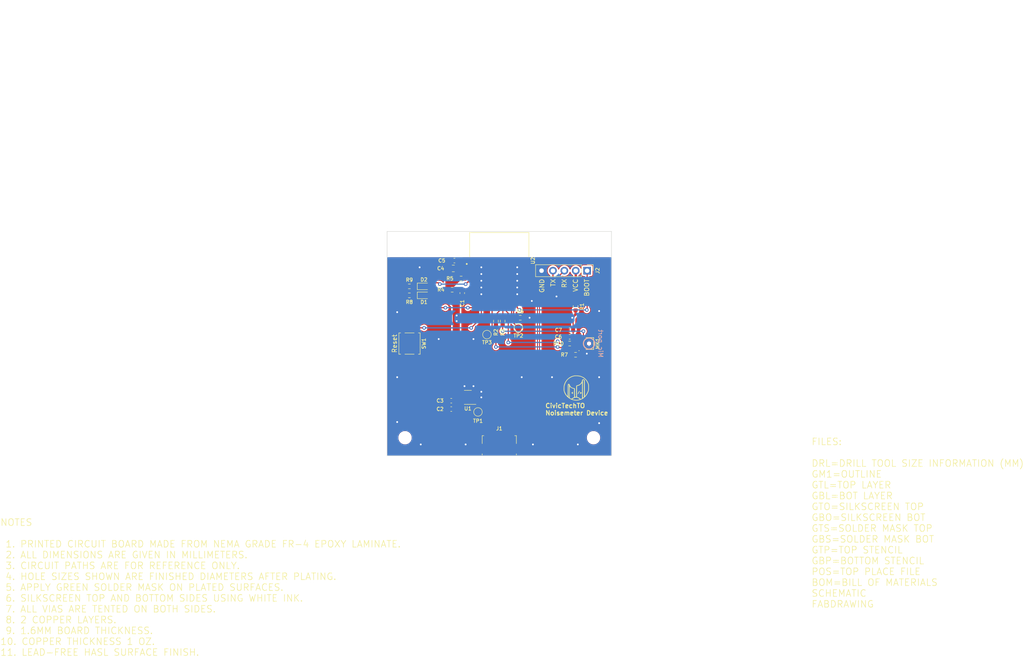
<source format=kicad_pcb>
(kicad_pcb (version 20221018) (generator pcbnew)
  (title_block (title "Noisemeter Device") (date "2024-01-22") (company "Civic Tech Toronto") (comment 1 "Drawn by Clyne Sullivan") (comment 2 "Released under the CERN Open Hardware License Version 2 - Strongly Reciprocal"))
  (layers (0 "F.Cu" signal) (31 "B.Cu" signal) (34 "B.Paste" user) (35 "F.Paste" user) (36 "B.SilkS" user "B.Silkscreen") (37 "F.SilkS" user "F.Silkscreen") (38 "B.Mask" user) (39 "F.Mask" user) (44 "Edge.Cuts" user))
  (net 0 "")
  (net 1 "VBUS")
  (net 2 "GND")
  (net 3 "+3V3")
  (net 4 "USB_D_N")
  (net 5 "USB_D_P")
  (net 6 "MIC_WS")
  (net 7 "Net-(MK1-SELECT)")
  (net 8 "MIC_BCLK")
  (net 9 "Net-(MK1-DATA_OUT)")
  (net 10 "MIC_DATA_OUT")
  (net 13 "Net-(U2-EN)")
  (net 14 "LED1")
  (net 15 "Net-(D1-K)")
  (net 16 "LED2")
  (net 17 "Net-(D2-K)")
  (net 18 "BUTTON")
  (net 19 "/TX")
  (net 20 "/RX")
  (net 22 "BOOT")
  (net 23 "Net-(J2-Pin_2)")
  (net 24 "Net-(U2-IO4)")
  (net 25 "Net-(U2-IO5)")
  (net 26 "IO2")
  (net 27 "IO8")
  (net 28 "Net-(U2-IO7)")
  (net 29 "Net-(U2-IO10)")
  (footprint "MountingHole:MountingHole_2.5mm" (layer "F.Cu") (at 129 121)
    (fp_text reference "H1" hide)
    (fp_text value "MountingHole_Pad")
  )
  (footprint "Button_Switch_SMD:SW_SPST_TL3305A" (layer "F.Cu") (at 130 100 -90)
    (fp_text reference "SW1")
    (fp_text value "SW_Push")
  )
  (footprint "Capacitor_SMD:C_0603_1608Metric" (layer "F.Cu") (at 139.3 114.6125 180)
    (fp_text reference "C2")
    (fp_text value "1U")
  )
  (footprint "TestPoint:TestPoint_Pad_D1.5mm" (layer "F.Cu") (at 147.25 98 180)
    (fp_text reference "TP3")
    (fp_text value "TestPoint")
  )
  (footprint "Capacitor_SMD:C_0603_1608Metric" (layer "F.Cu") (at 165.686 98.503 180)
    (fp_text reference "C6")
    (fp_text value "0.1U")
  )
  (footprint "Resistor_SMD:R_0603_1608Metric" (layer "F.Cu") (at 154.675 94.25)
    (fp_text reference "R6")
    (fp_text value "10K")
  )
  (footprint "MountingHole:MountingHole_2.5mm" (layer "F.Cu") (at 171 79)
    (fp_text reference "H3" hide)
    (fp_text value "MountingHole_Pad")
  )
  (footprint "MountingHole:MountingHole_2.5mm" (layer "F.Cu") (at 129 79)
    (fp_text reference "H4" hide)
    (fp_text value "MountingHole_Pad")
  )
  (footprint "Capacitor_SMD:C_0603_1608Metric" (layer "F.Cu") (at 141.75 88.75 -90)
    (fp_text reference "C1")
    (fp_text value "1U")
  )
  (footprint "Connector_USB:USB_Micro-B_Molex_47346-0001" (layer "F.Cu") (at 150 122.25)
    (fp_text reference "J1")
    (fp_text value "USB_B_Micro")
  )
  (footprint "Resistor_SMD:R_0603_1608Metric" (layer "F.Cu") (at 150.75 95 90)
    (fp_text reference "R3")
    (fp_text value "51")
  )
  (footprint "Resistor_SMD:R_0603_1608Metric" (layer "F.Cu") (at 167 102.503)
    (fp_text reference "R7")
    (fp_text value "0")
  )
  (footprint "Capacitor_SMD:C_0603_1608Metric" (layer "F.Cu") (at 165.686 97.003 180)
    (fp_text reference "C7")
    (fp_text value "200P")
  )
  (footprint "Connector_PinHeader_2.54mm:PinHeader_1x05_P2.54mm_Vertical" (layer "F.Cu") (at 169.58 83.75 -90)
    (fp_text reference "J2")
    (fp_text value "Conn_01x04_Pin")
  )
  (footprint "MountingHole:MountingHole_2.5mm" (layer "F.Cu") (at 171 121)
    (fp_text reference "H2" hide)
    (fp_text value "MountingHole_Pad")
  )
  (footprint "Resistor_SMD:R_0603_1608Metric" (layer "F.Cu") (at 165.686 100.003 180)
    (fp_text reference "R10")
    (fp_text value "51")
  )
  (footprint "TestPoint:TestPoint_Pad_D1.5mm" (layer "F.Cu") (at 145.25 115.25 180)
    (fp_text reference "TP1")
    (fp_text value "TestPoint")
  )
  (footprint "Resistor_SMD:R_0603_1608Metric" (layer "F.Cu") (at 129.9625 87.25)
    (fp_text reference "R9")
    (fp_text value "150")
  )
  (footprint "Capacitor_SMD:C_0603_1608Metric" (layer "F.Cu") (at 139.3 112.75 180)
    (fp_text reference "C3")
    (fp_text value "1U")
  )
  (footprint "Resistor_SMD:R_0603_1608Metric" (layer "F.Cu") (at 167 91.75 -90)
    (fp_text reference "R1")
    (fp_text value "0")
  )
  (footprint "Resistor_SMD:R_0603_1608Metric" (layer "F.Cu") (at 139.5 88 180)
    (fp_text reference "R4")
    (fp_text value "10K")
  )
  (footprint "Capacitor_SMD:C_0603_1608Metric" (layer "F.Cu") (at 140 81.5 180)
    (fp_text reference "C5")
    (fp_text value "0.1U")
  )
  (footprint "LED_SMD:LED_0603_1608Metric" (layer "F.Cu") (at 133.2125 89.25)
    (fp_text reference "D1")
    (fp_text value "LED")
  )
  (footprint "noisemeter:MIC_SPH0645LM4H-B" (layer "F.Cu") (at 170 100 90)
    (fp_text reference "MK1")
    (fp_text value "SPH0645LM4H-B")
  )
  (footprint "Capacitor_SMD:C_0805_2012Metric" (layer "F.Cu") (at 139.75 83.25 180)
    (fp_text reference "C4")
    (fp_text value "10U")
  )
  (footprint "Resistor_SMD:R_0603_1608Metric" (layer "F.Cu") (at 149.25 95 90)
    (fp_text reference "R2")
    (fp_text value "51")
  )
  (footprint "TestPoint:TestPoint_Pad_D1.5mm" (layer "F.Cu") (at 154.25 96.5 180)
    (fp_text reference "TP2")
    (fp_text value "TestPoint")
  )
  (footprint "LED_SMD:LED_0603_1608Metric" (layer "F.Cu") (at 133.2125 87.25)
    (fp_text reference "D2")
    (fp_text value "LED")
  )
  (footprint "Resistor_SMD:R_0603_1608Metric" (layer "F.Cu") (at 141.5 85.5 180)
    (fp_text reference "R5")
    (fp_text value "10K")
  )
  (footprint "Package_TO_SOT_SMD:SOT-23-5" (layer "F.Cu") (at 143 112 180)
    (fp_text reference "U1")
    (fp_text value "AP2112K-3.3")
  )
  (footprint "Resistor_SMD:R_0603_1608Metric" (layer "F.Cu") (at 129.9625 89.25)
    (fp_text reference "R8")
    (fp_text value "150")
  )
  (footprint "noisemeter:XCVR_ESP32-C3-MINI-1-N4" (layer "F.Cu") (at 150 83.55)
    (fp_text reference "U2")
    (fp_text value "ESP32-C3-MINI-1-N4")
  )
  (gr_circle (center 170 100) (end 171.25 100) (stroke (width 0.25)) (fill none) (layer "B.SilkS"))
  (gr_poly (pts (xy 168.047826 110.811825) (xy 168.07588 110.816241) (xy 168.105835 110.823307) (xy 168.137048 110.832854) (xy 168.168872 110.844711) (xy 168.200664 110.85871) (xy 168.231777 110.874681) (xy 168.261568 110.892454) (xy 168.28939 110.91186) (xy 168.3146 110.93273) (xy 168.326024 110.943661) (xy 168.336552 110.954894) (xy 168.344028 110.96301) (xy 168.350586 110.970482) (xy 168.356235 110.977391) (xy 168.358721 110.980661) (xy 168.360982 110.983821) (xy 168.36302 110.986882) (xy 168.364836 110.989854) (xy 168.366431 110.992748) (xy 168.367806 110.995573) (xy 168.368962 110.99834) (xy 168.369899 111.00106) (xy 168.37062 111.003743) (xy 168.371124 111.006399) (xy 168.371414 111.009038) (xy 168.37149 111.011671) (xy 168.371352 111.014309) (xy 168.371003 111.01696) (xy 168.370443 111.019637) (xy 168.369673 111.022348) (xy 168.368695 111.025106) (xy 168.367508 111.027918) (xy 168.366115 111.030798) (xy 168.364517 111.033753) (xy 168.362713 111.036796) (xy 168.360706 111.039935) (xy 168.356086 111.046547) (xy 168.350663 111.053671) (xy 168.339477 111.064537) (xy 168.324277 111.076828) (xy 168.305612 111.090252) (xy 168.284032 111.104515) (xy 168.260088 111.119324) (xy 168.234329 111.134386) (xy 168.207305 111.149406) (xy 168.179566 111.164091) (xy 168.151661 111.178147) (xy 168.124141 111.191282) (xy 168.097555 111.203201) (xy 168.072454 111.213612) (xy 168.049386 111.22222) (xy 168.028902 111.228732) (xy 168.011552 111.232854) (xy 167.997886 111.234293) (xy 167.991046 111.233976) (xy 167.984811 111.233046) (xy 167.979173 111.231535) (xy 167.974123 111.229476) (xy 167.969653 111.226899) (xy 167.965757 111.223838) (xy 167.962426 111.220324) (xy 167.959653 111.21639) (xy 167.95743 111.212067) (xy 167.955749 111.207387) (xy 167.954602 111.202383) (xy 167.953981 111.197086) (xy 167.95388 111.191529) (xy 167.954289 111.185744) (xy 167.955202 111.179762) (xy 167.956611 111.173616) (xy 167.958507 111.167337) (xy 167.960883 111.160958) (xy 167.963732 111.154511) (xy 167.967045 111.148028) (xy 167.970815 111.141541) (xy 167.975034 111.135082) (xy 167.979695 111.128682) (xy 167.984789 111.122375) (xy 167.990309 111.116191) (xy 167.996246 111.110164) (xy 168.002595 111.104325) (xy 168.009345 111.098706) (xy 168.016491 111.093339) (xy 168.024024 111.088256) (xy 168.031935 111.083489) (xy 168.040219 111.079071) (xy 168.049076 111.074281) (xy 168.057632 111.069453) (xy 168.065848 111.064616) (xy 168.073689 111.059801) (xy 168.081115 111.055035) (xy 168.088092 111.050348) (xy 168.09458 111.045768) (xy 168.100544 111.041324) (xy 168.105945 111.037046) (xy 168.110747 111.032962) (xy 168.114912 111.029102) (xy 168.118403 111.025493) (xy 168.119884 111.023793) (xy 168.121183 111.022166) (xy 168.122295 111.020617) (xy 168.123215 111.019149) (xy 168.123939 111.017765) (xy 168.124462 111.01647) (xy 168.124779 111.015267) (xy 168.124885 111.01416) (xy 168.124779 111.013037) (xy 168.124462 111.011786) (xy 168.123215 111.008929) (xy 168.121183 111.005633) (xy 168.118403 111.001945) (xy 168.114912 110.99791) (xy 168.110747 110.993572) (xy 168.105945 110.988979) (xy 168.100544 110.984174) (xy 168.09458 110.979204) (xy 168.088092 110.974114) (xy 168.081115 110.96895) (xy 168.073689 110.963757) (xy 168.065848 110.95858) (xy 168.057632 110.953466) (xy 168.049076 110.948459) (xy 168.040219 110.943604) (xy 168.031827 110.938156) (xy 168.023616 110.932426) (xy 168.015638 110.926464) (xy 168.00794 110.920321) (xy 168.000573 110.914045) (xy 167.993586 110.907687) (xy 167.987029 110.901296) (xy 167.980952 110.894921) (xy 167.975404 110.888612) (xy 167.970435 110.88242) (xy 167.966094 110.876392) (xy 167.962431 110.870579) (xy 167.96087 110.867769) (xy 167.959496 110.865031) (xy 167.958317 110.862372) (xy 167.957338 110.859798) (xy 167.956566 110.857314) (xy 167.956007 110.854928) (xy 167.955667 110.852645) (xy 167.955552 110.850471) (xy 167.956341 110.84248) (xy 167.958653 110.835428) (xy 167.962408 110.829292) (xy 167.967525 110.824051) (xy 167.973923 110.819685) (xy 167.981523 110.816172) (xy 167.990243 110.813492) (xy 168.000002 110.811621) (xy 168.010721 110.810541) (xy 168.022318 110.810229)) (fill solid) (layer "F.SilkS"))
  (gr_poly (pts (xy 167.861603 110.543812) (xy 167.865256 110.544214) (xy 167.868769 110.544965) (xy 167.872133 110.546065) (xy 167.875339 110.547508) (xy 167.878381 110.549292) (xy 167.881248 110.551415) (xy 167.883934 110.553872) (xy 167.88643 110.556661) (xy 167.888727 110.559779) (xy 167.890818 110.563222) (xy 167.892693 110.566987) (xy 167.894345 110.571073) (xy 167.895766 110.575474) (xy 167.896947 110.580188) (xy 167.89788 110.585213) (xy 167.898557 110.590544) (xy 167.898969 110.59618) (xy 167.899108 110.602116) (xy 167.896461 110.618051) (xy 167.88891 110.642817) (xy 167.877044 110.67519) (xy 167.861449 110.713946) (xy 167.821419 110.805712) (xy 167.773519 110.908327) (xy 167.722443 111.011999) (xy 167.672889 111.10694) (xy 167.629552 111.183361) (xy 167.611683 111.211566) (xy 167.59713 111.231471) (xy 167.591816 111.237606) (xy 167.586465 111.243313) (xy 167.581092 111.248593) (xy 167.57571 111.253448) (xy 167.570331 111.257879) (xy 167.564971 111.261888) (xy 167.559641 111.265476) (xy 167.554356 111.268645) (xy 167.549128 111.271397) (xy 167.543972 111.273732) (xy 167.538901 111.275653) (xy 167.533928 111.277161) (xy 167.529066 111.278258) (xy 167.52433 111.278945) (xy 167.519732 111.279224) (xy 167.515285 111.279096) (xy 167.511005 111.278563) (xy 167.506903 111.277627) (xy 167.502993 111.276288) (xy 167.499289 111.274549) (xy 167.495804 111.272411) (xy 167.492552 111.269875) (xy 167.489546 111.266944) (xy 167.486799 111.263618) (xy 167.484325 111.2599) (xy 167.482137 111.25579) (xy 167.480249 111.251291) (xy 167.478674 111.246404) (xy 167.477425 111.24113) (xy 167.476517 111.235471) (xy 167.475962 111.229429) (xy 167.475774 111.223005) (xy 167.478799 111.207499) (xy 167.487405 111.182038) (xy 167.518549 111.106941) (xy 167.563583 111.009089) (xy 167.616886 110.89986) (xy 167.672834 110.790631) (xy 167.725806 110.692779) (xy 167.770179 110.617682) (xy 167.787383 110.592221) (xy 167.80033 110.576716) (xy 167.805083 110.571886) (xy 167.809811 110.567451) (xy 167.814506 110.563406) (xy 167.81916 110.559749) (xy 167.823764 110.556476) (xy 167.82831 110.553585) (xy 167.83279 110.551072) (xy 167.837195 110.548934) (xy 167.841518 110.547168) (xy 167.84575 110.545772) (xy 167.849883 110.544741) (xy 167.853908 110.544073) (xy 167.857818 110.543764)) (fill solid) (layer "F.SilkS"))
  (gr_poly (pts (xy 167.153986 107.123374) (xy 167.347363 107.129371) (xy 167.540211 107.140131) (xy 167.719632 107.155124) (xy 167.872727 107.173821) (xy 167.935371 107.184394) (xy 167.986597 107.195693) (xy 168.039288 107.210435) (xy 168.09539 107.228033) (xy 168.154345 107.248236) (xy 168.215593 107.270791) (xy 168.342742 107.321949) (xy 168.472372 107.379491) (xy 168.600017 107.441398) (xy 168.721212 107.505653) (xy 168.777997 107.538031) (xy 168.831494 107.570239) (xy 168.881147 107.602025) (xy 168.926397 107.633138) (xy 169.007533 107.693658) (xy 169.086801 107.758655) (xy 169.164051 107.827911) (xy 169.239134 107.901205) (xy 169.311903 107.978319) (xy 169.382208 108.059034) (xy 169.4499 108.143131) (xy 169.51483 108.230391) (xy 169.57685 108.320594) (xy 169.635811 108.413521) (xy 169.691563 108.508953) (xy 169.743959 108.606672) (xy 169.792849 108.706458) (xy 169.838085 108.808092) (xy 169.879517 108.911354) (xy 169.916997 109.016027) (xy 169.938665 109.083573) (xy 169.955405 109.144702) (xy 169.962124 109.17499) (xy 169.967846 109.206229) (xy 169.972651 109.23927) (xy 169.976616 109.274966) (xy 169.982343 109.357725) (xy 169.985656 109.46132) (xy 169.987183 109.592565) (xy 169.987552 109.758271) (xy 169.985783 109.971602) (xy 169.983217 110.064572) (xy 169.979218 110.149943) (xy 169.973548 110.228864) (xy 169.965972 110.302486) (xy 169.956255 110.371957) (xy 169.94416 110.438427) (xy 169.929453 110.503044) (xy 169.911898 110.566959) (xy 169.891258 110.63132) (xy 169.867299 110.697277) (xy 169.839784 110.765979) (xy 169.808479 110.838576) (xy 169.773146 110.916216) (xy 169.733552 111.000049) (xy 169.699443 111.070842) (xy 169.66481 111.139357) (xy 169.629589 111.205698) (xy 169.59372 111.269968) (xy 169.557139 111.33227) (xy 169.519785 111.392707) (xy 169.481596 111.451383) (xy 169.44251 111.508402) (xy 169.402465 111.563866) (xy 169.361399 111.617879) (xy 169.31925 111.670544) (xy 169.275955 111.721964) (xy 169.231453 111.772244) (xy 169.185683 111.821486) (xy 169.13858 111.869794) (xy 169.090085 111.917271) (xy 169 112) (xy 168.908493 112.077851) (xy 168.815398 112.150906) (xy 168.720551 112.219249) (xy 168.623785 112.282961) (xy 168.524935 112.342126) (xy 168.423837 112.396826) (xy 168.320324 112.447143) (xy 168.214232 112.493161) (xy 168.105395 112.534963) (xy 167.993647 112.57263) (xy 167.878823 112.606246) (xy 167.760758 112.635893) (xy 167.639287 112.661654) (xy 167.514244 112.683612) (xy 167.385463 112.701849) (xy 167.301343 112.709771) (xy 167.213357 112.713496) (xy 167.122007 112.713129) (xy 167.027791 112.708772) (xy 166.93121 112.700529) (xy 166.832765 112.688504) (xy 166.732956 112.672799) (xy 166.632283 112.653518) (xy 166.531246 112.630765) (xy 166.430345 112.604642) (xy 166.330081 112.575253) (xy 166.230954 112.542702) (xy 166.133464 112.507091) (xy 166.038112 112.468525) (xy 165.945396 112.427106) (xy 165.855819 112.382938) (xy 166.290441 112.382938) (xy 166.292656 112.392458) (xy 166.299161 112.401951) (xy 166.309752 112.411387) (xy 166.32422 112.42074) (xy 166.363962 112.439083) (xy 166.416736 112.456756) (xy 166.480886 112.473537) (xy 166.55476 112.489201) (xy 166.636704 112.503525) (xy 166.725063 112.516287) (xy 166.914417 112.53623) (xy 167.012103 112.542965) (xy 167.109591 112.547244) (xy 167.205227 112.548844) (xy 167.297357 112.547541) (xy 167.384328 112.543114) (xy 167.464486 112.535338) (xy 167.523169 112.527926) (xy 167.577556 112.520493) (xy 167.627719 112.51302) (xy 167.673727 112.505484) (xy 167.71565 112.497865) (xy 167.753559 112.490144) (xy 167.787524 112.482298) (xy 167.80305 112.478322) (xy 167.817616 112.474307) (xy 167.831231 112.470251) (xy 167.843904 112.466151) (xy 167.855644 112.462005) (xy 167.866459 112.457809) (xy 167.876359 112.453562) (xy 167.885351 112.449261) (xy 167.893446 112.444902) (xy 167.900651 112.440484) (xy 167.906976 112.436005) (xy 167.912428 112.43146) (xy 167.917018 112.426849) (xy 167.920754 112.422168) (xy 167.923644 112.417414) (xy 167.925698 112.412585) (xy 167.926923 112.407679) (xy 167.92733 112.402693) (xy 167.926554 112.397085) (xy 167.924268 112.390871) (xy 167.915407 112.376775) (xy 167.901229 112.360711) (xy 167.882218 112.342985) (xy 167.858859 112.323904) (xy 167.831633 112.303772) (xy 167.801026 112.282896) (xy 167.767522 112.261582) (xy 167.731602 112.240136) (xy 167.693752 112.218863) (xy 167.654456 112.19807) (xy 167.614196 112.178062) (xy 167.573456 112.159146) (xy 167.532721 112.141627) (xy 167.492473 112.125811) (xy 167.453197 112.112005) (xy 167.412503 112.099105) (xy 167.370933 112.087922) (xy 167.328603 112.07845) (xy 167.285627 112.070685) (xy 167.242123 112.064624) (xy 167.198204 112.060262) (xy 167.153989 112.057595) (xy 167.109591 112.056618) (xy 167.065127 112.057329) (xy 167.020713 112.059722) (xy 166.976464 112.063793) (xy 166.932497 112.069539) (xy 166.888926 112.076955) (xy 166.845868 112.086037) (xy 166.803438 112.096781) (xy 166.761752 112.109182) (xy 166.724833 112.121465) (xy 166.686401 112.135878) (xy 166.646993 112.152101) (xy 166.607148 112.169816) (xy 166.567401 112.188705) (xy 166.528291 112.208451) (xy 166.490355 112.228733) (xy 166.45413 112.249235) (xy 166.420155 112.269638) (xy 166.388965 112.289622) (xy 166.3611 112.308872) (xy 166.337096 112.327067) (xy 166.317491 112.343889) (xy 166.309506 112.351686) (xy 166.302822 112.359021) (xy 166.297506 112.365853) (xy 166.293626 112.372143) (xy 166.291249 112.377851) (xy 166.290441 112.382938) (xy 165.855819 112.382938) (xy 165.719626 112.308433) (xy 165.588469 112.227964) (xy 165.462553 112.14178) (xy 165.456801 112.137404) (xy 165.697775 112.137404) (xy 165.867108 112.222071) (xy 165.9344 112.25435) (xy 165.965037 112.268704) (xy 165.992697 112.281338) (xy 166.016653 112.291855) (xy 166.036177 112.299859) (xy 166.044049 112.302794) (xy 166.050541 112.304952) (xy 166.055562 112.306283) (xy 166.059019 112.306738) (xy 166.062639 112.306055) (xy 166.068131 112.304053) (xy 166.084287 112.296375) (xy 166.106594 112.284265) (xy 166.134161 112.268285) (xy 166.166093 112.248998) (xy 166.201497 112.226966) (xy 166.239481 112.202751) (xy 166.279152 112.176915) (xy 166.320482 112.150187) (xy 166.363202 112.123425) (xy 166.406053 112.097392) (xy 166.44778 112.072846) (xy 166.487126 112.050549) (xy 166.522834 112.031262) (xy 166.553647 112.015746) (xy 166.566825 112.009639) (xy 166.578308 112.00476) (xy 166.685552 111.962427) (xy 166.679908 111.028271) (xy 166.671441 110.096938) (xy 166.493641 110.060249) (xy 166.448938 110.050132) (xy 166.404829 110.038845) (xy 166.361383 110.026409) (xy 166.318664 110.012844) (xy 166.276738 109.998172) (xy 166.235673 109.982412) (xy 166.195533 109.965585) (xy 166.156386 109.947713) (xy 166.118297 109.928815) (xy 166.081332 109.908913) (xy 166.045558 109.888027) (xy 166.011041 109.866177) (xy 165.977847 109.843385) (xy 165.946042 109.819671) (xy 165.915692 109.795056) (xy 165.886863 109.76956) (xy 165.874144 109.757564) (xy 165.861436 109.745952) (xy 165.848819 109.734778) (xy 165.836372 109.724096) (xy 165.824173 109.71396) (xy 165.812301 109.704423) (xy 165.800833 109.695539) (xy 165.78985 109.687363) (xy 165.779428 109.679947) (xy 165.769648 109.673345) (xy 165.760586 109.667612) (xy 165.752323 109.662801) (xy 165.744936 109.658965) (xy 165.738504 109.656159) (xy 165.735671 109.655158) (xy 165.733106 109.654435) (xy 165.730818 109.653997) (xy 165.728819 109.653849) (xy 165.72475 109.657811) (xy 165.721003 109.669934) (xy 165.714443 109.720083) (xy 165.709075 109.807142) (xy 165.70483 109.933955) (xy 165.69945 110.318218) (xy 165.697775 110.895627) (xy 165.697775 112.137404) (xy 165.456801 112.137404) (xy 165.342087 112.050136) (xy 165.227275 111.953283) (xy 165.118326 111.851473) (xy 165.015446 111.744958) (xy 164.918841 111.633991) (xy 164.828719 111.518823) (xy 164.745286 111.399708) (xy 164.668748 111.276896) (xy 164.599313 111.150641) (xy 164.537187 111.021194) (xy 164.482577 110.888808) (xy 164.435689 110.753735) (xy 164.39673 110.616227) (xy 164.379742 110.543687) (xy 164.366656 110.477232) (xy 164.357142 110.411836) (xy 164.350869 110.342471) (xy 164.347507 110.26411) (xy 164.346724 110.171727) (xy 164.34819 110.060293) (xy 164.349178 110.020738) (xy 164.49833 110.020738) (xy 164.499455 110.196096) (xy 164.501232 110.270961) (xy 164.504151 110.338811) (xy 164.508459 110.40079) (xy 164.514404 110.458044) (xy 164.522234 110.511718) (xy 164.532197 110.562957) (xy 164.544541 110.612906) (xy 164.559515 110.662711) (xy 164.577366 110.713516) (xy 164.598343 110.766466) (xy 164.622693 110.822707) (xy 164.650664 110.883384) (xy 164.718464 111.022627) (xy 164.75409 111.092458) (xy 164.791808 111.161781) (xy 164.831064 111.229888) (xy 164.871305 111.296073) (xy 164.911975 111.359629) (xy 164.952521 111.419849) (xy 164.992389 111.476025) (xy 165.031025 111.527452) (xy 165.067875 111.573421) (xy 165.102385 111.613226) (xy 165.134001 111.646161) (xy 165.148551 111.65983) (xy 165.16217 111.671517) (xy 165.174788 111.681133) (xy 165.186336 111.688589) (xy 165.196746 111.693797) (xy 165.205947 111.696669) (xy 165.213871 111.697116) (xy 165.220448 111.695051) (xy 165.22561 111.690384) (xy 165.229286 111.683027) (xy 165.232571 111.649502) (xy 165.235989 111.569344) (xy 165.242691 111.290032) (xy 165.248336 110.886895) (xy 165.250714 110.559782) (xy 165.415552 110.559782) (xy 165.415773 110.997535) (xy 165.416148 111.176724) (xy 165.416787 111.331836) (xy 165.417757 111.464657) (xy 165.419124 111.576973) (xy 165.419977 111.625999) (xy 165.420954 111.670569) (xy 165.422064 111.710906) (xy 165.423314 111.747232) (xy 165.424712 111.779772) (xy 165.426268 111.808748) (xy 165.427989 111.834383) (xy 165.429884 111.856902) (xy 165.431961 111.876527) (xy 165.434228 111.893481) (xy 165.436693 111.907987) (xy 165.439365 111.92027) (xy 165.440781 111.925647) (xy 165.442252 111.930551) (xy 165.443779 111.935011) (xy 165.445362 111.939055) (xy 165.447004 111.94271) (xy 165.448704 111.946004) (xy 165.450464 111.948966) (xy 165.452285 111.951623) (xy 165.454169 111.954002) (xy 165.456115 111.956133) (xy 165.458125 111.958042) (xy 165.460201 111.959759) (xy 165.464551 111.962723) (xy 165.469175 111.965249) (xy 165.474494 111.968259) (xy 165.479846 111.970943) (xy 165.485199 111.973304) (xy 165.490518 111.975347) (xy 165.495771 111.977076) (xy 165.500925 111.978495) (xy 165.505946 111.979607) (xy 165.510802 111.980418) (xy 165.51546 111.980932) (xy 165.519887 111.981151) (xy 165.524048 111.981082) (xy 165.527912 111.980727) (xy 165.531446 111.980091) (xy 165.533078 111.979669) (xy 165.534615 111.979178) (xy 165.536053 111.978619) (xy 165.537388 111.977992) (xy 165.538615 111.977299) (xy 165.53973 111.976538) (xy 165.546891 111.876558) (xy 165.551504 111.623848) (xy 165.553489 110.842004) (xy 165.546477 109.994544) (xy 165.539846 109.659813) (xy 165.531264 109.445005) (xy 165.52845 109.398923) (xy 165.526913 109.377424) (xy 165.525288 109.356942) (xy 165.523572 109.337469) (xy 165.521763 109.318997) (xy 165.519859 109.301516) (xy 165.517858 109.28502) (xy 165.515758 109.269499) (xy 165.513556 109.254946) (xy 165.511251 109.241351) (xy 165.50884 109.228708) (xy 165.506322 109.217007) (xy 165.503695 109.20624) (xy 165.500955 109.1964) (xy 165.498102 109.187477) (xy 165.495134 109.179463) (xy 165.492047 109.172351) (xy 165.488841 109.166132) (xy 165.485513 109.160798) (xy 165.48206 109.15634) (xy 165.480287 109.154437) (xy 165.478482 109.15275) (xy 165.476645 109.151278) (xy 165.474775 109.15002) (xy 165.472873 109.148975) (xy 165.470939 109.148142) (xy 165.468971 109.14752) (xy 165.46697 109.147107) (xy 165.464935 109.146903) (xy 165.462866 109.146907) (xy 165.460763 109.147118) (xy 165.458626 109.147534) (xy 165.456454 109.148155) (xy 165.454248 109.14898) (xy 165.452006 109.150007) (xy 165.449729 109.151236) (xy 165.445067 109.154294) (xy 165.440261 109.158145) (xy 165.435308 109.162782) (xy 165.431218 109.195028) (xy 165.427459 109.279464) (xy 165.421197 109.581882) (xy 165.417052 110.024001) (xy 165.415552 110.559782) (xy 165.250714 110.559782) (xy 165.251864 110.401738) (xy 165.254377 110.098553) (xy 165.257684 109.837867) (xy 165.261786 109.618257) (xy 165.26668 109.438302) (xy 165.272369 109.296579) (xy 165.278851 109.191666) (xy 165.28239 109.152569) (xy 165.286127 109.122141) (xy 165.290063 109.100205) (xy 165.294197 109.086582) (xy 165.298354 109.077793) (xy 165.302883 109.069419) (xy 165.307775 109.06146) (xy 165.313021 109.053917) (xy 165.318612 109.046792) (xy 165.324539 109.040086) (xy 165.330794 109.033799) (xy 165.337368 109.027933) (xy 165.344252 109.022489) (xy 165.351437 109.017467) (xy 165.358915 109.012869) (xy 165.366676 109.008696) (xy 165.374712 109.004948) (xy 165.383015 109.001628) (xy 165.391575 108.998735) (xy 165.400383 108.996271) (xy 165.409431 108.994237) (xy 165.41871 108.992634) (xy 165.437926 108.990726) (xy 165.457961 108.990554) (xy 165.478744 108.992126) (xy 165.500205 108.995451) (xy 165.522273 109.000537) (xy 165.544879 109.007393) (xy 165.567953 109.016027) (xy 165.582591 109.022339) (xy 165.595899 109.028694) (xy 165.608 109.035263) (xy 165.619017 109.04222) (xy 165.629075 109.04974) (xy 165.638299 109.057996) (xy 165.646811 109.067161) (xy 165.654736 109.07741) (xy 165.662198 109.088915) (xy 165.669321 109.101851) (xy 165.676229 109.116391) (xy 165.683046 109.132708) (xy 165.689896 109.150977) (xy 165.696904 109.17137) (xy 165.704192 109.194062) (xy 165.711886 109.219227) (xy 165.734852 109.290775) (xy 165.761473 109.358359) (xy 165.791831 109.422049) (xy 165.826009 109.481914) (xy 165.86409 109.538026) (xy 165.906156 109.590454) (xy 165.95229 109.639269) (xy 166.002575 109.684541) (xy 166.057093 109.72634) (xy 166.115927 109.764737) (xy 166.179159 109.799802) (xy 166.246873 109.831605) (xy 166.319151 109.860216) (xy 166.396076 109.885707) (xy 166.47773 109.908146) (xy 166.564197 109.927605) (xy 166.609264 109.93654) (xy 166.652744 109.946169) (xy 166.693578 109.95613) (xy 166.730708 109.966057) (xy 166.763075 109.975588) (xy 166.777142 109.980091) (xy 166.789622 109.984358) (xy 166.800382 109.988344) (xy 166.809289 109.992003) (xy 166.816212 109.99529) (xy 166.821019 109.99816) (xy 166.825585 110.004843) (xy 166.829767 110.016697) (xy 166.837026 110.057559) (xy 166.842897 110.124019) (xy 166.847477 110.219352) (xy 166.853166 110.509732) (xy 166.854886 110.954894) (xy 166.855404 111.169145) (xy 166.856914 111.356575) (xy 166.85935 111.516819) (xy 166.862647 111.649513) (xy 166.866737 111.754293) (xy 166.871554 111.830796) (xy 166.874215 111.85833) (xy 166.877033 111.878658) (xy 166.88 111.891735) (xy 166.881537 111.89554) (xy 166.883108 111.897515) (xy 166.886832 111.8995) (xy 166.891602 111.90122) (xy 166.89734 111.902675) (xy 166.903966 111.903865) (xy 166.911402 111.904791) (xy 166.919571 111.905453) (xy 166.928392 111.90585) (xy 166.937788 111.905982) (xy 166.947681 111.90585) (xy 166.95799 111.905453) (xy 166.979548 111.903865) (xy 166.99064 111.902675) (xy 167.001834 111.90122) (xy 167.013053 111.8995) (xy 167.024219 111.897515) (xy 167.056472 111.891871) (xy 167.320552 111.891871) (xy 167.461663 111.939849) (xy 167.500716 111.953504) (xy 167.539528 111.967999) (xy 167.578059 111.983313) (xy 167.616268 111.999424) (xy 167.654113 112.016313) (xy 167.691553 112.033958) (xy 167.728547 112.052339) (xy 167.765052 112.071435) (xy 167.801029 112.091226) (xy 167.836435 112.11169) (xy 167.871229 112.132808) (xy 167.90537 112.154558) (xy 167.938816 112.17692) (xy 167.971526 112.199873) (xy 168.00346 112.223397) (xy 168.034574 112.247471) (xy 168.178508 112.363182) (xy 168.30833 112.301093) (xy 168.43533 112.239005) (xy 168.43533 110.523093) (xy 168.434855 110.196774) (xy 168.604311 110.196774) (xy 168.61485 111.481282) (xy 168.624105 111.904378) (xy 168.635708 112.069671) (xy 168.637418 112.070358) (xy 168.639368 112.070833) (xy 168.643954 112.071159) (xy 168.6494 112.070676) (xy 168.65564 112.069406) (xy 168.662607 112.067377) (xy 168.670236 112.064611) (xy 168.67846 112.061134) (xy 168.687213 112.056971) (xy 168.69643 112.052146) (xy 168.706043 112.046685) (xy 168.715987 112.040612) (xy 168.726195 112.033952) (xy 168.736602 112.02673) (xy 168.747141 112.01897) (xy 168.757747 112.010698) (xy 168.768352 112.001938) (xy 168.872774 111.920093) (xy 168.872774 110.051782) (xy 168.872554 109.44948) (xy 168.872179 109.203933) (xy 168.87154 108.992038) (xy 168.87057 108.811231) (xy 168.869203 108.65895) (xy 168.86835 108.592705) (xy 168.867373 108.53263) (xy 168.866263 108.478406) (xy 168.865013 108.42971) (xy 168.863615 108.386224) (xy 168.862059 108.347626) (xy 168.860338 108.313596) (xy 168.858443 108.283815) (xy 168.856366 108.25796) (xy 168.854099 108.235713) (xy 168.851634 108.216752) (xy 168.848962 108.200757) (xy 168.846075 108.187409) (xy 168.844548 108.181626) (xy 168.842965 108.176385) (xy 168.841323 108.171646) (xy 168.839623 108.167367) (xy 168.837863 108.16351) (xy 168.836042 108.160034) (xy 168.834158 108.156898) (xy 168.832212 108.154064) (xy 168.830202 108.151491) (xy 168.828126 108.149139) (xy 168.823776 108.144937) (xy 168.819152 108.141138) (xy 168.813337 108.137005) (xy 168.807555 108.133079) (xy 168.801839 108.129368) (xy 168.796222 108.12588) (xy 168.790737 108.122624) (xy 168.785418 108.119607) (xy 168.780297 108.116839) (xy 168.775408 108.114327) (xy 168.770783 108.112079) (xy 168.766456 108.110104) (xy 168.76246 108.108411) (xy 168.758827 108.107007) (xy 168.755592 108.1059) (xy 168.752786 108.105099) (xy 168.750443 108.104613) (xy 168.748597 108.104449) (xy 168.732908 108.108167) (xy 168.718599 108.111968) (xy 168.705598 108.115934) (xy 168.693828 108.120148) (xy 168.688382 108.122374) (xy 168.683216 108.124692) (xy 168.67832 108.127115) (xy 168.673686 108.129651) (xy 168.669305 108.132311) (xy 168.665166 108.135105) (xy 168.661261 108.138044) (xy 168.65758 108.141138) (xy 168.654114 108.144397) (xy 168.650854 108.147833) (xy 168.64779 108.151454) (xy 168.644913 108.155271) (xy 168.642214 108.159295) (xy 168.639683 108.163537) (xy 168.637312 108.168005) (xy 168.63509 108.172712) (xy 168.633009 108.177666) (xy 168.63106 108.182879) (xy 168.627517 108.194121) (xy 168.624387 108.20652) (xy 168.621597 108.22016) (xy 168.611901 108.430829) (xy 168.605942 108.886337) (xy 168.604311 110.196774) (xy 168.434855 110.196774) (xy 168.433566 109.312007) (xy 168.431758 108.943928) (xy 168.429685 108.810004) (xy 168.427651 108.811078) (xy 168.423727 108.814227) (xy 168.410591 108.82632) (xy 168.365833 108.870682) (xy 168.223663 109.016027) (xy 168.18212 109.057864) (xy 168.140027 109.097651) (xy 168.097364 109.135387) (xy 168.054109 109.171073) (xy 168.010243 109.204708) (xy 167.965744 109.236292) (xy 167.920592 109.265827) (xy 167.874766 109.29331) (xy 167.828246 109.318743) (xy 167.78101 109.342126) (xy 167.733038 109.363458) (xy 167.68431 109.382739) (xy 167.634805 109.39997) (xy 167.584502 109.415151) (xy 167.53338 109.428281) (xy 167.481419 109.43936) (xy 167.320552 109.473227) (xy 167.320552 111.891871) (xy 167.056472 111.891871) (xy 167.137108 111.87776) (xy 167.137108 110.647271) (xy 167.139092 110.164671) (xy 167.144516 109.764621) (xy 167.14827 109.608451) (xy 167.152586 109.488396) (xy 167.157365 109.409616) (xy 167.159897 109.387317) (xy 167.162508 109.377271) (xy 167.165695 109.372911) (xy 167.170941 109.368319) (xy 167.178122 109.363529) (xy 167.187114 109.358574) (xy 167.197792 109.353486) (xy 167.210034 109.348299) (xy 167.238708 109.33776) (xy 167.272145 109.327221) (xy 167.309352 109.316946) (xy 167.349337 109.307201) (xy 167.391108 109.298249) (xy 167.44355 109.287655) (xy 167.494069 109.275941) (xy 167.542795 109.263045) (xy 167.589854 109.248904) (xy 167.635375 109.233457) (xy 167.679487 109.216642) (xy 167.722317 109.198396) (xy 167.763994 109.178657) (xy 167.804645 109.157365) (xy 167.8444 109.134455) (xy 167.883385 109.109868) (xy 167.92173 109.08354) (xy 167.959562 109.055409) (xy 167.997009 109.025414) (xy 168.0342 108.993492) (xy 168.071264 108.959582) (xy 168.106512 108.924539) (xy 168.140265 108.888261) (xy 168.172479 108.850832) (xy 168.203114 108.812342) (xy 168.232129 108.772875) (xy 168.259481 108.73252) (xy 168.285131 108.691363) (xy 168.309036 108.649491) (xy 168.331155 108.60699) (xy 168.351446 108.563948) (xy 168.369869 108.52045) (xy 168.386382 108.476585) (xy 168.400944 108.432439) (xy 168.413513 108.388099) (xy 168.424048 108.343651) (xy 168.432508 108.299182) (xy 168.438037 108.267306) (xy 168.443929 108.235727) (xy 168.45002 108.205272) (xy 168.456144 108.176769) (xy 168.462136 108.151043) (xy 168.46783 108.128923) (xy 168.473061 108.111234) (xy 168.475451 108.10431) (xy 168.477663 108.098804) (xy 168.479947 108.09369) (xy 168.483064 108.088415) (xy 168.486973 108.083) (xy 168.491631 108.077467) (xy 168.503026 108.066131) (xy 168.51691 108.054575) (xy 168.532943 108.04297) (xy 168.550787 108.031485) (xy 168.570103 108.020289) (xy 168.590552 108.009552) (xy 168.611795 107.999443) (xy 168.633492 107.990133) (xy 168.655305 107.981789) (xy 168.676894 107.974583) (xy 168.697922 107.968683) (xy 168.718048 107.964259) (xy 168.736934 107.96148) (xy 168.754241 107.960516) (xy 168.76419 107.960883) (xy 168.774433 107.961967) (xy 168.784935 107.963739) (xy 168.795659 107.966171) (xy 168.806569 107.969236) (xy 168.817629 107.972906) (xy 168.828803 107.977152) (xy 168.840054 107.981947) (xy 168.862644 107.993072) (xy 168.885111 108.006057) (xy 168.907163 108.02068) (xy 168.928513 108.036716) (xy 168.948871 108.053943) (xy 168.967947 108.072137) (xy 168.985452 108.091075) (xy 169.001097 108.110534) (xy 169.008132 108.12039) (xy 169.014592 108.130291) (xy 169.020443 108.140212) (xy 169.025649 108.150123) (xy 169.030171 108.159996) (xy 169.033976 108.169805) (xy 169.037026 108.179521) (xy 169.039286 108.189116) (xy 169.045503 108.357611) (xy 169.050927 108.751796) (xy 169.056219 109.981227) (xy 169.056522 110.457185) (xy 169.057586 110.839315) (xy 169.059642 111.136976) (xy 169.062921 111.35953) (xy 169.065093 111.445565) (xy 169.067656 111.516334) (xy 169.070642 111.573005) (xy 169.074078 111.616749) (xy 169.077994 111.648735) (xy 169.080141 111.660685) (xy 169.082418 111.670134) (xy 169.08483 111.677228) (xy 169.08738 111.682115) (xy 169.090071 111.68494) (xy 169.092908 111.685849) (xy 169.104535 111.683417) (xy 169.11816 111.676282) (xy 169.150857 111.648868) (xy 169.189913 111.605537) (xy 169.234239 111.548221) (xy 169.28275 111.47885) (xy 169.334357 111.399355) (xy 169.44251 111.217713) (xy 169.550003 111.018741) (xy 169.600783 110.917582) (xy 169.648136 110.817883) (xy 169.690974 110.721574) (xy 169.728211 110.630586) (xy 169.758758 110.546849) (xy 169.78153 110.472293) (xy 169.792043 110.421895) (xy 169.801346 110.358693) (xy 169.816234 110.20114) (xy 169.826029 110.014151) (xy 169.830566 109.812246) (xy 169.829679 109.609945) (xy 169.823202 109.421765) (xy 169.81097 109.262227) (xy 169.802645 109.197736) (xy 169.792819 109.145849) (xy 169.778993 109.09405) (xy 169.761058 109.037579) (xy 169.739402 108.97719) (xy 169.714414 108.913633) (xy 169.686482 108.847662) (xy 169.655996 108.780029) (xy 169.623344 108.711487) (xy 169.588913 108.642788) (xy 169.553094 108.574684) (xy 169.516274 108.507928) (xy 169.478842 108.443271) (xy 169.441187 108.381468) (xy 169.403698 108.323269) (xy 169.366762 108.269428) (xy 169.330769 108.220696) (xy 169.296108 108.177827) (xy 169.251718 108.127809) (xy 169.205438 108.078382) (xy 169.157431 108.029675) (xy 169.107857 107.981815) (xy 169.056877 107.93493) (xy 169.004653 107.88915) (xy 168.951345 107.844601) (xy 168.897116 107.801413) (xy 168.842126 107.759713) (xy 168.786537 107.719629) (xy 168.730509 107.68129) (xy 168.674205 107.644824) (xy 168.617784 107.610358) (xy 168.561409 107.578022) (xy 168.505241 107.547943) (xy 168.449441 107.520249) (xy 168.333939 107.467696) (xy 168.279293 107.444682) (xy 168.226045 107.423676) (xy 168.173689 107.404556) (xy 168.121722 107.387197) (xy 168.069639 107.371475) (xy 168.016936 107.357266) (xy 167.963108 107.344446) (xy 167.907652 107.332891) (xy 167.850062 107.322477) (xy 167.789835 107.31308) (xy 167.65945 107.296842) (xy 167.512463 107.283183) (xy 167.385583 107.273882) (xy 167.266825 107.267252) (xy 167.155319 107.26345) (xy 167.050192 107.262633) (xy 166.950572 107.264958) (xy 166.855586 107.270582) (xy 166.764362 107.279662) (xy 166.676027 107.292355) (xy 166.58971 107.308818) (xy 166.504539 107.329209) (xy 166.41964 107.353684) (xy 166.334142 107.382401) (xy 166.247172 107.415517) (xy 166.157857 107.453188) (xy 166.065327 107.495573) (xy 165.968708 107.542827) (xy 165.836683 107.612716) (xy 165.711417 107.687074) (xy 165.592725 107.766137) (xy 165.480419 107.85014) (xy 165.374315 107.939319) (xy 165.274226 108.03391) (xy 165.179966 108.134148) (xy 165.09135 108.240269) (xy 165.00819 108.352508) (xy 164.930301 108.471101) (xy 164.857497 108.596284) (xy 164.789592 108.728292) (xy 164.7264 108.867362) (xy 164.667735 109.013728) (xy 164.613411 109.167627) (xy 164.563241 109.329294) (xy 164.544247 109.398361) (xy 164.529287 109.462732) (xy 164.517898 109.527235) (xy 164.509619 109.596699) (xy 164.503986 109.675953) (xy 164.500535 109.769825) (xy 164.498804 109.883143) (xy 164.49833 110.020738) (xy 164.349178 110.020738) (xy 164.351575 109.924782) (xy 164.357302 109.756138) (xy 164.361478 109.680053) (xy 164.3667 109.608561) (xy 164.373096 109.540988) (xy 164.380795 109.476661) (xy 164.389923 109.414905) (xy 164.400611 109.355046) (xy 164.412985 109.296411) (xy 164.427174 109.238326) (xy 164.443306 109.180117) (xy 164.461509 109.121111) (xy 164.481912 109.060632) (xy 164.504642 108.998008) (xy 164.557597 108.863627) (xy 164.630891 108.698503) (xy 164.714925 108.538923) (xy 164.809129 108.385337) (xy 164.912932 108.238196) (xy 165.025765 108.097951) (xy 165.147055 107.965052) (xy 165.276234 107.839951) (xy 165.41273 107.723096) (xy 165.555973 107.61494) (xy 165.705392 107.515933) (xy 165.860418 107.426525) (xy 166.020478 107.347168) (xy 166.185003 107.27831) (xy 166.353423 107.220405) (xy 166.525167 107.173901) (xy 166.699663 107.139249) (xy 166.752874 107.13269) (xy 166.817238 107.127784) (xy 166.972978 107.122669)) (fill solid) (layer "F.SilkS"))
  (gr_poly (pts (xy 166.425709 110.792407) (xy 166.431859 110.792973) (xy 166.437659 110.79396) (xy 166.443111 110.795366) (xy 166.448218 110.797192) (xy 166.452983 110.799437) (xy 166.457407 110.802101) (xy 166.461494 110.805183) (xy 166.465247 110.808683) (xy 166.468666 110.812599) (xy 166.471757 110.816932) (xy 166.47452 110.821681) (xy 166.476958 110.826845) (xy 166.479075 110.832425) (xy 166.480872 110.838419) (xy 166.482352 110.844827) (xy 166.482783 110.847745) (xy 166.483016 110.850678) (xy 166.483054 110.853625) (xy 166.482898 110.856584) (xy 166.48255 110.859553) (xy 166.482011 110.862531) (xy 166.481283 110.865516) (xy 166.480368 110.868507) (xy 166.479266 110.871502) (xy 166.477981 110.874499) (xy 166.474861 110.880496) (xy 166.471023 110.886484) (xy 166.466477 110.892452) (xy 166.461237 110.898386) (xy 166.455315 110.904275) (xy 166.448723 110.910106) (xy 166.441474 110.915867) (xy 166.43358 110.921545) (xy 166.425053 110.927129) (xy 166.415907 110.932604) (xy 166.406152 110.93796) (xy 166.386804 110.948226) (xy 166.370031 110.957914) (xy 166.362609 110.962567) (xy 166.35583 110.967106) (xy 166.349692 110.971541) (xy 166.344196 110.975884) (xy 166.33934 110.980144) (xy 166.335125 110.984331) (xy 166.331549 110.988457) (xy 166.328613 110.99253) (xy 166.326315 110.996563) (xy 166.324656 111.000564) (xy 166.323634 111.004545) (xy 166.32325 111.008516) (xy 166.323502 111.012486) (xy 166.32439 111.016467) (xy 166.325914 111.020468) (xy 166.328073 111.024501) (xy 166.330866 111.028575) (xy 166.334294 111.0327) (xy 166.338355 111.036888) (xy 166.343049 111.041148) (xy 166.348376 111.04549) (xy 166.354335 111.049926) (xy 166.360925 111.054465) (xy 166.368146 111.059117) (xy 166.384479 111.068805) (xy 166.40333 111.079071) (xy 166.41159 111.083361) (xy 166.419433 111.087755) (xy 166.426858 111.092243) (xy 166.433862 111.096815) (xy 166.440442 111.101459) (xy 166.446596 111.106164) (xy 166.45232 111.11092) (xy 166.457614 111.115716) (xy 166.462473 111.120541) (xy 166.466896 111.125384) (xy 166.470879 111.130234) (xy 166.47442 111.13508) (xy 166.477517 111.139912) (xy 166.480167 111.144719) (xy 166.482368 111.149489) (xy 166.484116 111.154213) (xy 166.48541 111.158878) (xy 166.486246 111.163475) (xy 166.486622 111.167993) (xy 166.486536 111.172419) (xy 166.485985 111.176745) (xy 166.484966 111.180958) (xy 166.483476 111.185049) (xy 166.481514 111.189006) (xy 166.479077 111.192817) (xy 166.476161 111.196474) (xy 166.472765 111.199964) (xy 166.468886 111.203276) (xy 166.464521 111.206401) (xy 166.459668 111.209327) (xy 166.454323 111.212043) (xy 166.448486 111.214538) (xy 166.444038 111.215766) (xy 166.438172 111.216291) (xy 166.430992 111.216138) (xy 166.422601 111.215332) (xy 166.413101 111.213897) (xy 166.402597 111.211859) (xy 166.391192 111.209242) (xy 166.378988 111.206071) (xy 166.352602 111.198167) (xy 166.324264 111.188344) (xy 166.294801 111.176802) (xy 166.279907 111.170447) (xy 166.265041 111.163738) (xy 166.24428 111.153732) (xy 166.224858 111.143817) (xy 166.206775 111.133984) (xy 166.190032 111.124227) (xy 166.174628 111.114535) (xy 166.160564 111.104901) (xy 166.147839 111.095317) (xy 166.136454 111.085774) (xy 166.126408 111.076264) (xy 166.117701 111.066779) (xy 166.110334 111.05731) (xy 166.104307 111.04785) (xy 166.099619 111.03839) (xy 166.09627 111.028921) (xy 166.094261 111.019436) (xy 166.093591 111.009927) (xy 166.094261 111.000384) (xy 166.09627 110.990799) (xy 166.099619 110.981166) (xy 166.104307 110.971474) (xy 166.110334 110.961716) (xy 166.117701 110.951884) (xy 166.126408 110.941969) (xy 166.136454 110.931963) (xy 166.147839 110.921857) (xy 166.160564 110.911645) (xy 166.174628 110.901316) (xy 166.190032 110.890864) (xy 166.206775 110.880279) (xy 166.224858 110.869554) (xy 166.24428 110.85868) (xy 166.265041 110.847648) (xy 166.277543 110.840984) (xy 166.289651 110.834749) (xy 166.301367 110.828944) (xy 166.312694 110.823566) (xy 166.323634 110.818616) (xy 166.33419 110.814094) (xy 166.344365 110.809999) (xy 166.354162 110.80633) (xy 166.363582 110.803086) (xy 166.372628 110.800268) (xy 166.381303 110.797875) (xy 166.38961 110.795906) (xy 166.397551 110.794361) (xy 166.405129 110.793239) (xy 166.412346 110.79254) (xy 166.419205 110.792263)) (fill solid) (layer "F.SilkS"))
  (gr_line (start 125 75) (end 125 125) (stroke (width 0.1)) (layer "Edge.Cuts"))
  (gr_line (start 175 75) (end 125 75) (stroke (width 0.1)) (layer "Edge.Cuts"))
  (gr_line (start 125 125) (end 175 125) (stroke (width 0.1)) (layer "Edge.Cuts"))
  (gr_line (start 175 125) (end 175 75) (stroke (width 0.1)) (layer "Edge.Cuts"))
  (gr_text "Mic port" (at 172 100 -90) (layer "B.SilkS") (effects (font (size 1 1)) (justify bottom mirror)))
  (gr_text "TX" (at 162 85.5 90) (layer "F.SilkS") (effects (font (size 1 1)) (justify right)))
  (gr_text "CivicTechTO\nNoisemeter Device" (at 160.175709 113.292407) (layer "F.SilkS") (effects (font (size 1 1) (thickness 0.2) bold) (justify left top)))
  (gr_text "RX" (at 164.5 85.5 90) (layer "F.SilkS") (effects (font (size 1 1)) (justify right)))
  (gr_text "BOOT" (at 169.5 85.5 90) (layer "F.SilkS") (effects (font (size 1 1)) (justify right)))
  (gr_text "GND" (at 159.5 85.5 90) (layer "F.SilkS") (effects (font (size 1 1)) (justify right)))
  (gr_text "FILES:\n\nDRL=DRILL TOOL SIZE INFORMATION (MM)\nGM1=OUTLINE\nGTL=TOP LAYER\nGBL=BOT LAYER\nGTO=SILKSCREEN TOP\nGBO=SILKSCREEN BOT\nGTS=SOLDER MASK TOP\nGBS=SOLDER MASK BOT\nGTP=TOP STENCIL\nGBP=BOTTOM STENCIL\nPOS=TOP PLACE FILE\nBOM=BILL OF MATERIALS\nSCHEMATIC\nFABDRAWING" (at 219.5 121) (layer "F.SilkS") (effects (font (size 1.5 1.5)) (justify left top)))
  (gr_text "NOTES\n\n 1. PRINTED CIRCUIT BOARD MADE FROM NEMA GRADE FR-4 EPOXY LAMINATE.\n 2. ALL DIMENSIONS ARE GIVEN IN MILLIMETERS.\n 3. CIRCUIT PATHS ARE FOR REFERENCE ONLY.\n 4. HOLE SIZES SHOWN ARE FINISHED DIAMETERS AFTER PLATING.\n 5. APPLY GREEN SOLDER MASK ON PLATED SURFACES.\n 6. SILKSCREEN TOP AND BOTTOM SIDES USING WHITE INK.\n 7. ALL VIAS ARE TENTED ON BOTH SIDES.\n 8. 2 COPPER LAYERS.\n 9. 1.6MM BOARD THICKNESS.\n10. COPPER THICKNESS 1 OZ.\n11. LEAD-FREE HASL SURFACE FINISH." (at 38.75 139) (layer "F.SilkS") (effects (font (size 1.5 1.5)) (justify left top)))
  (gr_text "VCC" (at 167 85.5 90) (layer "F.SilkS") (effects (font (size 1 1)) (justify right)))
  (gr_text "Reset" (at 127.25 100 90) (layer "F.SilkS") (effects (font (size 1 1)) (justify bottom)))
  (segment (start 143 111.25) (end 143 113) (width 0.25) (layer "F.Cu") (net 1))
  (segment (start 143.2 111.05) (end 143 111.25) (width 0.25) (layer "F.Cu") (net 1))
  (segment (start 143 113) (end 143.25 113.25) (width 0.25) (layer "F.Cu") (net 1))
  (segment (start 144.1375 111.05) (end 143.2 111.05) (width 0.25) (layer "F.Cu") (net 1))
  (via (at 162.75 89.5) (size 0.8) (drill 0.4) (layers "F.Cu" "B.Cu") (net 2))
  (via (at 142.5 122.5) (size 0.8) (drill 0.4) (layers "F.Cu" "B.Cu") (net 2))
  (via (at 146 84.5) (size 0.8) (drill 0.4) (layers "F.Cu" "B.Cu") (net 2))
  (via (at 146 89) (size 0.8) (drill 0.4) (layers "F.Cu" "B.Cu") (net 2))
  (via (at 146 87.5) (size 0.8) (drill 0.4) (layers "F.Cu" "B.Cu") (net 2))
  (via (at 154 83) (size 0.8) (drill 0.4) (layers "F.Cu" "B.Cu") (net 2))
  (via (at 154 87.5) (size 0.8) (drill 0.4) (layers "F.Cu" "B.Cu") (net 2))
  (via (at 154 86) (size 0.8) (drill 0.4) (layers "F.Cu" "B.Cu") (net 2))
  (via (at 157.5 122.5) (size 0.8) (drill 0.4) (layers "F.Cu" "B.Cu") (net 2))
  (via (at 157.25 90.5) (size 0.8) (drill 0.4) (layers "F.Cu" "B.Cu") (net 2))
  (via (at 146 112) (size 0.8) (drill 0.4) (layers "F.Cu" "B.Cu") (net 2))
  (via (at 127.25 93) (size 0.8) (drill 0.4) (layers "F.Cu" "B.Cu") (net 2))
  (via (at 142.25 109.5) (size 0.8) (drill 0.4) (layers "F.Cu" "B.Cu") (net 2))
  (via (at 132.5 122.5) (size 0.8) (drill 0.4) (layers "F.Cu" "B.Cu") (net 2))
  (via (at 146 110.75) (size 0.8) (drill 0.4) (layers "F.Cu" "B.Cu") (net 2))
  (via (at 154 89) (size 0.8) (drill 0.4) (layers "F.Cu" "B.Cu") (net 2))
  (via (at 169.5 102.25) (size 0.8) (drill 0.4) (layers "F.Cu" "B.Cu") (net 2))
  (via (at 132.25 83) (size 0.8) (drill 0.4) (layers "F.Cu" "B.Cu") (net 2))
  (via (at 144.25 109.5) (size 0.8) (drill 0.4) (layers "F.Cu" "B.Cu") (net 2))
  (via (at 136.5 99) (size 0.8) (drill 0.4) (layers "F.Cu" "B.Cu") (net 2))
  (via (at 154 84.5) (size 0.8) (drill 0.4) (layers "F.Cu" "B.Cu") (net 2))
  (via (at 167.5 122.5) (size 0.8) (drill 0.4) (layers "F.Cu" "B.Cu") (net 2))
  (via (at 144.25 99) (size 0.8) (drill 0.4) (layers "F.Cu" "B.Cu") (net 2))
  (via (at 155 107.5) (size 0.8) (drill 0.4) (layers "F.Cu" "B.Cu") (net 2))
  (via (at 127.25 107.5) (size 0.8) (drill 0.4) (layers "F.Cu" "B.Cu") (net 2))
  (via (at 172.25 92.75) (size 0.8) (drill 0.4) (layers "F.Cu" "B.Cu") (net 2))
  (via (at 172.25 107.5) (size 0.8) (drill 0.4) (layers "F.Cu" "B.Cu") (net 2))
  (via (at 127.25 117.5) (size 0.8) (drill 0.4) (layers "F.Cu" "B.Cu") (net 2))
  (via (at 146 86) (size 0.8) (drill 0.4) (layers "F.Cu" "B.Cu") (net 2))
  (via (at 146 83) (size 0.8) (drill 0.4) (layers "F.Cu" "B.Cu") (net 2))
  (via (at 161.75 107.5) (size 0.8) (drill 0.4) (layers "F.Cu" "B.Cu") (net 2))
  (via (at 172.25 117.75) (size 0.8) (drill 0.4) (layers "F.Cu" "B.Cu") (net 2))
  (segment (start 167.058 99.1) (end 166.461 98.503) (width 0.25) (layer "F.Cu") (net 3))
  (segment (start 166.461 94.461) (end 166.25 94.25) (width 0.25) (layer "F.Cu") (net 3))
  (segment (start 167 92.575) (end 167 93.5) (width 0.5) (layer "F.Cu") (net 3))
  (segment (start 155.5 94.25) (end 156.75 94.25) (width 0.25) (layer "F.Cu") (net 3))
  (segment (start 166.461 98.503) (end 166.461 97.003) (width 0.25) (layer "F.Cu") (net 3))
  (segment (start 134 88.25) (end 138.25 88.25) (width 0.25) (layer "F.Cu") (net 3))
  (segment (start 167 93.5) (end 166.25 94.25) (width 0.5) (layer "F.Cu") (net 3))
  (segment (start 166.461 97.003) (end 166.461 94.461) (width 0.25) (layer "F.Cu") (net 3))
  (segment (start 134 88.25) (end 134 87.25) (width 0.25) (layer "F.Cu") (net 3))
  (segment (start 167.926 99.1) (end 167.058 99.1) (width 0.25) (layer "F.Cu") (net 3))
  (segment (start 134 89.25) (end 134 88.25) (width 0.25) (layer "F.Cu") (net 3))
  (via (at 140.5 93.75) (size 0.8) (drill 0.4) (layers "F.Cu" "B.Cu") (net 3))
  (via (at 140.5 95) (size 0.8) (drill 0.4) (layers "F.Cu" "B.Cu") (net 3))
  (via (at 166.25 94.25) (size 0.8) (drill 0.4) (layers "F.Cu" "B.Cu") (net 3))
  (via (at 156.75 94.25) (size 0.8) (drill 0.4) (layers "F.Cu" "B.Cu") (net 3))
  (segment (start 149.45 119.712499) (end 149.45 117.7318) (width 0.2) (layer "F.Cu") (net 4))
  (segment (start 149.35 120.825) (end 149.35 119.812499) (width 0.2) (layer "F.Cu") (net 4))
  (segment (start 158.525 114.0573) (end 158.525 90.0932) (width 0.2) (layer "F.Cu") (net 4))
  (segment (start 158.525 90.0932) (end 157.7068 89.275) (width 0.2) (layer "F.Cu") (net 4))
  (segment (start 156.500001 89.45) (end 155.9 89.45) (width 0.2) (layer "F.Cu") (net 4))
  (segment (start 149.35 119.812499) (end 149.45 119.712499) (width 0.2) (layer "F.Cu") (net 4))
  (segment (start 156.675001 89.275) (end 156.500001 89.45) (width 0.2) (layer "F.Cu") (net 4))
  (segment (start 157.7068 89.275) (end 156.675001 89.275) (width 0.2) (layer "F.Cu") (net 4))
  (segment (start 149.45 117.7318) (end 151.4068 115.775) (width 0.2) (layer "F.Cu") (net 4))
  (segment (start 151.4068 115.775) (end 156.8073 115.775) (width 0.2) (layer "F.Cu") (net 4))
  (segment (start 156.8073 115.775) (end 158.525 114.0573) (width 0.2) (layer "F.Cu") (net 4))
  (segment (start 151.5932 116.225) (end 156.9937 116.225) (width 0.2) (layer "F.Cu") (net 5))
  (segment (start 157.8932 88.825) (end 156.675001 88.825) (width 0.2) (layer "F.Cu") (net 5))
  (segment (start 158.975 89.9068) (end 157.8932 88.825) (width 0.2) (layer "F.Cu") (net 5))
  (segment (start 156.9937 116.225) (end 158.975 114.2437) (width 0.2) (layer "F.Cu") (net 5))
  (segment (start 150 120.825) (end 150 119.812499) (width 0.2) (layer "F.Cu") (net 5))
  (segment (start 156.500001 88.65) (end 155.9 88.65) (width 0.2) (layer "F.Cu") (net 5))
  (segment (start 156.675001 88.825) (end 156.500001 88.65) (width 0.2) (layer "F.Cu") (net 5))
  (segment (start 149.9 117.9182) (end 151.5932 116.225) (width 0.2) (layer "F.Cu") (net 5))
  (segment (start 149.9 119.712499) (end 149.9 117.9182) (width 0.2) (layer "F.Cu") (net 5))
  (segment (start 150 119.812499) (end 149.9 119.712499) (width 0.2) (layer "F.Cu") (net 5))
  (segment (start 158.975 114.2437) (end 158.975 89.9068) (width 0.2) (layer "F.Cu") (net 5))
  (segment (start 149.25 95.825) (end 149.25 100.75) (width 0.25) (layer "F.Cu") (net 6))
  (segment (start 163.15 100.9) (end 167.926 100.9) (width 0.25) (layer "F.Cu") (net 6))
  (segment (start 163 100.75) (end 163.15 100.9) (width 0.25) (layer "F.Cu") (net 6))
  (via (at 149.25 100.75) (size 0.8) (drill 0.4) (layers "F.Cu" "B.Cu") (net 6))
  (via (at 163 100.75) (size 0.8) (drill 0.4) (layers "F.Cu" "B.Cu") (net 6))
  (segment (start 149.25 100.75) (end 163 100.75) (width 0.25) (layer "B.Cu") (net 6))
  (segment (start 168.748 101.58) (end 167.825 102.503) (width 0.25) (layer "F.Cu") (net 7))
  (segment (start 168.748 100.9) (end 168.748 101.58) (width 0.25) (layer "F.Cu") (net 7))
  (segment (start 168.75 97.25) (end 168.75 99.098) (width 0.25) (layer "F.Cu") (net 8))
  (segment (start 150.75 95.825) (end 150.75 97.25) (width 0.25) (layer "F.Cu") (net 8))
  (segment (start 168.75 99.098) (end 168.748 99.1) (width 0.25) (layer "F.Cu") (net 8))
  (via (at 150.75 97.25) (size 0.8) (drill 0.4) (layers "F.Cu" "B.Cu") (net 8))
  (via (at 168.75 97.25) (size 0.8) (drill 0.4) (layers "F.Cu" "B.Cu") (net 8))
  (segment (start 150.75 97.25) (end 168.75 97.25) (width 0.25) (layer "B.Cu") (net 8))
  (segment (start 167.926 100) (end 166.514 100) (width 0.25) (layer "F.Cu") (net 9))
  (segment (start 166.514 100) (end 166.511 100.003) (width 0.25) (layer "F.Cu") (net 9))
  (segment (start 151.6 92.85) (end 152 93.25) (width 0.25) (layer "F.Cu") (net 10))
  (segment (start 151.6 91.15) (end 151.6 92.85) (width 0.25) (layer "F.Cu") (net 10))
  (segment (start 152 93.25) (end 152 99.75) (width 0.25) (layer "F.Cu") (net 10))
  (segment (start 164.858 100) (end 164.861 100.003) (width 0.25) (layer "F.Cu") (net 10))
  (segment (start 163 99.5) (end 163.5 100) (width 0.25) (layer "F.Cu") (net 10))
  (segment (start 163.5 100) (end 164.858 100) (width 0.25) (layer "F.Cu") (net 10))
  (via (at 152 99.75) (size 0.8) (drill 0.4) (layers "F.Cu" "B.Cu") (net 10))
  (via (at 163 99.5) (size 0.8) (drill 0.4) (layers "F.Cu" "B.Cu") (net 10))
  (segment (start 152 99.75) (end 162.75 99.75) (width 0.25) (layer "B.Cu") (net 10))
  (segment (start 162.75 99.75) (end 163 99.5) (width 0.25) (layer "B.Cu") (net 10))
  (segment (start 141.875 87.85) (end 141.75 87.975) (width 0.25) (layer "F.Cu") (net 13))
  (segment (start 140.35 87.975) (end 140.325 88) (width 0.25) (layer "F.Cu") (net 13))
  (segment (start 144.1 87.85) (end 141.875 87.85) (width 0.25) (layer "F.Cu") (net 13))
  (segment (start 141.75 87.975) (end 140.35 87.975) (width 0.25) (layer "F.Cu") (net 13))
  (segment (start 143 92) (end 144.55 92) (width 0.25) (layer "F.Cu") (net 14))
  (segment (start 131.8875 92) (end 129.1375 89.25) (width 0.25) (layer "F.Cu") (net 14))
  (segment (start 138 92) (end 131.8875 92) (width 0.25) (layer "F.Cu") (net 14))
  (segment (start 145.2 91.35) (end 145.2 91.15) (width 0.25) (layer "F.Cu") (net 14))
  (segment (start 144.55 92) (end 145.2 91.35) (width 0.25) (layer "F.Cu") (net 14))
  (via (at 143 92) (size 0.8) (drill 0.4) (layers "F.Cu" "B.Cu") (net 14))
  (via (at 138 92) (size 0.8) (drill 0.4) (layers "F.Cu" "B.Cu") (net 14))
  (segment (start 143 92) (end 138 92) (width 0.25) (layer "B.Cu") (net 14))
  (segment (start 130.7875 89.25) (end 132.425 89.25) (width 0.25) (layer "F.Cu") (net 15))
  (segment (start 144.1 86.25) (end 143 86.25) (width 0.25) (layer "F.Cu") (net 16))
  (segment (start 143 86.25) (end 142.5 86.75) (width 0.25) (layer "F.Cu") (net 16))
  (segment (start 136.75 86.75) (end 136.45 86.45) (width 0.25) (layer "F.Cu") (net 16))
  (segment (start 136.45 86.45) (end 129.9375 86.45) (width 0.25) (layer "F.Cu") (net 16))
  (segment (start 129.9375 86.45) (end 129.1375 87.25) (width 0.25) (layer "F.Cu") (net 16))
  (via (at 136.75 86.75) (size 0.8) (drill 0.4) (layers "F.Cu" "B.Cu") (net 16))
  (via (at 142.5 86.75) (size 0.8) (drill 0.4) (layers "F.Cu" "B.Cu") (net 16))
  (segment (start 142.5 86.75) (end 136.75 86.75) (width 0.25) (layer "B.Cu") (net 16))
  (segment (start 130.7875 87.25) (end 132.425 87.25) (width 0.25) (layer "F.Cu") (net 17))
  (segment (start 146 94.25) (end 146 91.15) (width 0.25) (layer "F.Cu") (net 18))
  (segment (start 133.25 96.5) (end 131.6 96.5) (width 0.25) (layer "F.Cu") (net 18))
  (segment (start 131.5 96.4) (end 131.5 103.6) (width 0.25) (layer "F.Cu") (net 18))
  (segment (start 131.6 96.5) (end 131.5 96.4) (width 0.25) (layer "F.Cu") (net 18))
  (segment (start 143.75 96.5) (end 146 94.25) (width 0.25) (layer "F.Cu") (net 18))
  (via (at 143.75 96.5) (size 0.8) (drill 0.4) (layers "F.Cu" "B.Cu") (net 18))
  (via (at 133.25 96.5) (size 0.8) (drill 0.4) (layers "F.Cu" "B.Cu") (net 18))
  (segment (start 143.75 96.5) (end 133.25 96.5) (width 0.25) (layer "B.Cu") (net 18))
  (segment (start 155.9 85.45) (end 161.55 85.45) (width 0.25) (layer "F.Cu") (net 19))
  (segment (start 161.96 84.96) (end 161.96 83.75) (width 0.25) (layer "F.Cu") (net 19))
  (segment (start 161.55 85.45) (end 162 85) (width 0.25) (layer "F.Cu") (net 19))
  (segment (start 162 85) (end 161.96 84.96) (width 0.25) (layer "F.Cu") (net 19))
  (segment (start 155.9 86.25) (end 162 86.25) (width 0.25) (layer "F.Cu") (net 20))
  (segment (start 162 86.25) (end 164.5 83.75) (width 0.25) (layer "F.Cu") (net 20))
  (segment (start 169.5 92.5) (end 169.58 92.42) (width 0.25) (layer "F.Cu") (net 22))
  (segment (start 169.58 92.42) (end 169.58 83.75) (width 0.25) (layer "F.Cu") (net 22))
  (segment (start 154 92) (end 154.5 92.5) (width 0.25) (layer "F.Cu") (net 22))
  (segment (start 154 91.15) (end 154 92) (width 0.25) (layer "F.Cu") (net 22))
  (via (at 169.5 92.5) (size 0.8) (drill 0.4) (layers "F.Cu" "B.Cu") (net 22))
  (via (at 154.5 92.5) (size 0.8) (drill 0.4) (layers "F.Cu" "B.Cu") (net 22))
  (segment (start 154.5 92.5) (end 169.5 92.5) (width 0.25) (layer "B.Cu") (net 22))
  (segment (start 167.04 90.885) (end 167 90.925) (width 0.5) (layer "F.Cu") (net 23))
  (segment (start 167.04 83.75) (end 167.04 90.885) (width 0.5) (layer "F.Cu") (net 23))
  (segment (start 150 92.75) (end 149.25 93.5) (width 0.25) (layer "F.Cu") (net 24))
  (segment (start 150 91.15) (end 150 92.75) (width 0.25) (layer "F.Cu") (net 24))
  (segment (start 149.25 93.5) (end 149.25 94.175) (width 0.25) (layer "F.Cu") (net 24))
  (segment (start 150.8 94.125) (end 150.75 94.175) (width 0.25) (layer "F.Cu") (net 25))
  (segment (start 150.8 91.15) (end 150.8 94.125) (width 0.25) (layer "F.Cu") (net 25))
  (segment (start 144.1 85.45) (end 142.375 85.45) (width 0.25) (layer "F.Cu") (net 26))
  (segment (start 142.375 85.45) (end 142.325 85.5) (width 0.25) (layer "F.Cu") (net 26))
  (segment (start 153.2 91.15) (end 153.2 93.6) (width 0.25) (layer "F.Cu") (net 27))
  (segment (start 153.2 93.6) (end 153.85 94.25) (width 0.25) (layer "F.Cu") (net 27))
  (segment (start 152.75 92.15) (end 152.75 95) (width 0.25) (layer "F.Cu") (net 28))
  (segment (start 152.4 91.8) (end 152.75 92.15) (width 0.25) (layer "F.Cu") (net 28))
  (segment (start 152.4 91.15) (end 152.4 91.8) (width 0.25) (layer "F.Cu") (net 28))
  (segment (start 152.75 95) (end 154.25 96.5) (width 0.25) (layer "F.Cu") (net 28))
  (segment (start 148.4 91.15) (end 148.4 96.85) (width 0.25) (layer "F.Cu") (net 29))
  (segment (start 148.4 96.85) (end 147.25 98) (width 0.25) (layer "F.Cu") (net 29))
  (zone (net 1) (net_name "VBUS") (layer "F.Cu") (priority 4) (connect_pads yes (clearance 0.25)) (min_thickness 0.25) (fill yes (thermal_gap 0) (thermal_bridge_width 0.5) (smoothing chamfer) (radius 0.5))
    (polygon (pts (xy 148.475 121.48) (xy 148.475 120.1) (xy 148.125 119.75) (xy 144.2875 119.75) (xy 139.625 115.0875) (xy 139.625 114.1375) (xy 139.869782 113.892718) (xy 142.357282 113.892718) (xy 143.475 112.775) (xy 143.475 112.65) (xy 144.8 112.65) (xy 148.925 116.775) (xy 148.925 121.48)))
  )
  (zone (net 2) (net_name "GND") (layer "F.Cu") (connect_pads yes (clearance 0.35)) (min_thickness 0.25) (fill yes (thermal_gap 0) (thermal_bridge_width 0.5) (smoothing chamfer) (radius 0.5))
    (polygon (pts (xy 125 125) (xy 175 125) (xy 175 80.75) (xy 125 80.75)))
  )
  (zone (net 3) (net_name "+3V3") (layer "F.Cu") (priority 3) (connect_pads yes (clearance 0.25)) (min_thickness 0.25) (fill yes (thermal_gap 0) (thermal_bridge_width 0.5) (smoothing chamfer) (radius 0.5))
    (polygon (pts (xy 139.625 113.5875) (xy 142.1875 113.5875) (xy 142.525 113.25) (xy 142.525 112.675) (xy 141.2 111.35) (xy 141.2 90.95) (xy 139.25 89) (xy 139.25 88) (xy 142 85.25) (xy 142.5 85.25) (xy 143.7 84.05) (xy 144.5 84.05) (xy 144.5 83.65) (xy 143.7 83.65) (xy 141.525 81.475) (xy 141.525 81.025) (xy 140.5 81.025) (xy 140 81.525) (xy 140 83.75) (xy 139.5 84.25) (xy 138.25 84.25) (xy 138 84.5) (xy 138 90) (xy 139.625 91.625)))
  )
  (zone (net 2) (net_name "GND") (layer "B.Cu") (priority 1) (connect_pads yes (clearance 0.5)) (min_thickness 0.25) (fill yes (thermal_gap 0) (thermal_bridge_width 0.5))
    (polygon (pts (xy 125 125) (xy 175 125) (xy 175 80.75) (xy 125 80.75)))
  )
  (zone (net 3) (net_name "+3V3") (layer "B.Cu") (priority 2) (connect_pads yes (clearance 0.3)) (min_thickness 0.25) (fill yes (thermal_gap 0) (thermal_bridge_width 0.5) (smoothing chamfer) (radius 0.5))
    (polygon (pts (xy 140 93.25) (xy 166.75 93.25) (xy 166.75 95.5) (xy 140 95.5)))
  )
)
</source>
